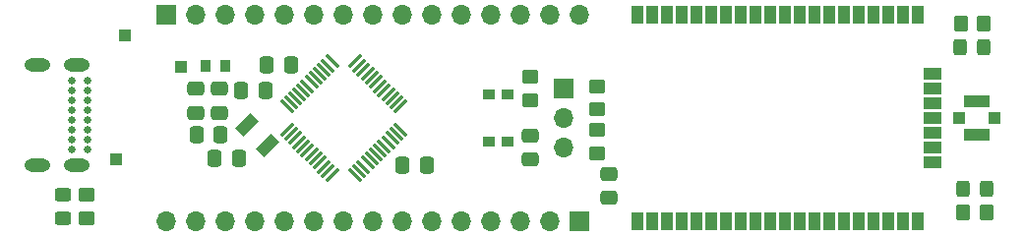
<source format=gts>
G04 #@! TF.GenerationSoftware,KiCad,Pcbnew,(6.0.9)*
G04 #@! TF.CreationDate,2023-02-20T10:33:00+01:00*
G04 #@! TF.ProjectId,FLWSB-SAMDaaNo21,464c5753-422d-4534-914d-4461614e6f32,1.0*
G04 #@! TF.SameCoordinates,Original*
G04 #@! TF.FileFunction,Soldermask,Top*
G04 #@! TF.FilePolarity,Negative*
%FSLAX46Y46*%
G04 Gerber Fmt 4.6, Leading zero omitted, Abs format (unit mm)*
G04 Created by KiCad (PCBNEW (6.0.9)) date 2023-02-20 10:33:00*
%MOMM*%
%LPD*%
G01*
G04 APERTURE LIST*
G04 Aperture macros list*
%AMRoundRect*
0 Rectangle with rounded corners*
0 $1 Rounding radius*
0 $2 $3 $4 $5 $6 $7 $8 $9 X,Y pos of 4 corners*
0 Add a 4 corners polygon primitive as box body*
4,1,4,$2,$3,$4,$5,$6,$7,$8,$9,$2,$3,0*
0 Add four circle primitives for the rounded corners*
1,1,$1+$1,$2,$3*
1,1,$1+$1,$4,$5*
1,1,$1+$1,$6,$7*
1,1,$1+$1,$8,$9*
0 Add four rect primitives between the rounded corners*
20,1,$1+$1,$2,$3,$4,$5,0*
20,1,$1+$1,$4,$5,$6,$7,0*
20,1,$1+$1,$6,$7,$8,$9,0*
20,1,$1+$1,$8,$9,$2,$3,0*%
%AMRotRect*
0 Rectangle, with rotation*
0 The origin of the aperture is its center*
0 $1 length*
0 $2 width*
0 $3 Rotation angle, in degrees counterclockwise*
0 Add horizontal line*
21,1,$1,$2,0,0,$3*%
G04 Aperture macros list end*
%ADD10RoundRect,0.250000X-0.337500X-0.475000X0.337500X-0.475000X0.337500X0.475000X-0.337500X0.475000X0*%
%ADD11R,1.000000X1.000000*%
%ADD12R,2.200000X1.050000*%
%ADD13R,0.990600X0.889000*%
%ADD14R,1.700000X1.700000*%
%ADD15O,1.700000X1.700000*%
%ADD16RoundRect,0.250000X-0.325000X-0.450000X0.325000X-0.450000X0.325000X0.450000X-0.325000X0.450000X0*%
%ADD17RoundRect,0.250000X-0.450000X0.350000X-0.450000X-0.350000X0.450000X-0.350000X0.450000X0.350000X0*%
%ADD18RoundRect,0.250000X0.475000X-0.337500X0.475000X0.337500X-0.475000X0.337500X-0.475000X-0.337500X0*%
%ADD19R,1.016000X1.524000*%
%ADD20R,1.524000X1.016000*%
%ADD21RoundRect,0.250000X0.450000X-0.350000X0.450000X0.350000X-0.450000X0.350000X-0.450000X-0.350000X0*%
%ADD22R,0.900000X1.000000*%
%ADD23RoundRect,0.250000X0.450000X-0.325000X0.450000X0.325000X-0.450000X0.325000X-0.450000X-0.325000X0*%
%ADD24RoundRect,0.075000X-0.415425X-0.521491X0.521491X0.415425X0.415425X0.521491X-0.521491X-0.415425X0*%
%ADD25RoundRect,0.075000X0.415425X-0.521491X0.521491X-0.415425X-0.415425X0.521491X-0.521491X0.415425X0*%
%ADD26RoundRect,0.250000X0.337500X0.475000X-0.337500X0.475000X-0.337500X-0.475000X0.337500X-0.475000X0*%
%ADD27RotRect,1.000000X1.800000X315.000000*%
%ADD28C,0.650000*%
%ADD29O,2.216000X1.108000*%
%ADD30RoundRect,0.250000X-0.350000X-0.450000X0.350000X-0.450000X0.350000X0.450000X-0.350000X0.450000X0*%
G04 APERTURE END LIST*
D10*
X102960074Y-76339145D03*
X105035074Y-76339145D03*
D11*
X164749311Y-78725000D03*
D12*
X166249311Y-80200000D03*
X166249311Y-77250000D03*
D11*
X167749311Y-78725000D03*
D13*
X124294999Y-80789998D03*
X124294999Y-76690002D03*
X125895001Y-80789998D03*
X125895001Y-76690002D03*
D14*
X132080000Y-87630000D03*
D15*
X129540000Y-87630000D03*
X127000000Y-87630000D03*
X124460000Y-87630000D03*
X121920000Y-87630000D03*
X119380000Y-87630000D03*
X116840000Y-87630000D03*
X114300000Y-87630000D03*
X111760000Y-87630000D03*
X109220000Y-87630000D03*
X106680000Y-87630000D03*
X104140000Y-87630000D03*
X101600000Y-87630000D03*
X99060000Y-87630000D03*
X96520000Y-87630000D03*
D16*
X164837000Y-72644000D03*
X166887000Y-72644000D03*
D17*
X133599141Y-79736329D03*
X133599141Y-81736329D03*
D18*
X127847800Y-82317500D03*
X127847800Y-80242500D03*
D19*
X137083000Y-87625000D03*
X138353000Y-87625000D03*
X139623000Y-87625000D03*
X140893000Y-87625000D03*
X142163000Y-87625000D03*
X143433000Y-87625000D03*
X144703000Y-87625000D03*
X145973000Y-87625000D03*
X147243000Y-87625000D03*
X148513000Y-87625000D03*
X149783000Y-87625000D03*
X151053000Y-87625000D03*
X152323000Y-87625000D03*
X153593000Y-87625000D03*
X154863000Y-87625000D03*
X156133000Y-87625000D03*
X157403000Y-87625000D03*
X158673000Y-87625000D03*
X159943000Y-87625000D03*
X161213000Y-87625000D03*
D20*
X162483000Y-82525000D03*
X162483000Y-81255000D03*
X162483000Y-79985000D03*
X162483000Y-78715000D03*
X162483000Y-77445000D03*
X162483000Y-76175000D03*
X162483000Y-74905000D03*
D19*
X161213000Y-69825000D03*
X159943000Y-69825000D03*
X158673000Y-69825000D03*
X157403000Y-69825000D03*
X156133000Y-69825000D03*
X154863000Y-69825000D03*
X153593000Y-69825000D03*
X152323000Y-69825000D03*
X151053000Y-69825000D03*
X149783000Y-69825000D03*
X148513000Y-69825000D03*
X147243000Y-69825000D03*
X145973000Y-69825000D03*
X144703000Y-69825000D03*
X143433000Y-69825000D03*
X142163000Y-69825000D03*
X140893000Y-69825000D03*
X139623000Y-69825000D03*
X138353000Y-69825000D03*
X137083000Y-69825000D03*
D17*
X127847800Y-75200000D03*
X127847800Y-77200000D03*
D21*
X133597705Y-77979754D03*
X133597705Y-75979754D03*
D11*
X92202000Y-82296000D03*
D22*
X99860509Y-74251432D03*
X101560509Y-74251432D03*
D14*
X96520000Y-69850000D03*
D15*
X99060000Y-69850000D03*
X101600000Y-69850000D03*
X104140000Y-69850000D03*
X106680000Y-69850000D03*
X109220000Y-69850000D03*
X111760000Y-69850000D03*
X114300000Y-69850000D03*
X116840000Y-69850000D03*
X119380000Y-69850000D03*
X121920000Y-69850000D03*
X124460000Y-69850000D03*
X127000000Y-69850000D03*
X129540000Y-69850000D03*
X132080000Y-69850000D03*
D11*
X92964000Y-71628000D03*
D18*
X101092000Y-78275000D03*
X101092000Y-76200000D03*
X99060000Y-78275000D03*
X99060000Y-76200000D03*
D23*
X87630000Y-87385000D03*
X87630000Y-85335000D03*
D10*
X116818500Y-82804000D03*
X118893500Y-82804000D03*
D11*
X97790000Y-74295000D03*
D24*
X106872124Y-79738788D03*
X107225678Y-80092342D03*
X107579231Y-80445895D03*
X107932785Y-80799449D03*
X108286338Y-81153002D03*
X108639891Y-81506555D03*
X108993445Y-81860109D03*
X109346998Y-82213662D03*
X109700551Y-82567215D03*
X110054105Y-82920769D03*
X110407658Y-83274322D03*
X110761212Y-83627876D03*
D25*
X112758788Y-83627876D03*
X113112342Y-83274322D03*
X113465895Y-82920769D03*
X113819449Y-82567215D03*
X114173002Y-82213662D03*
X114526555Y-81860109D03*
X114880109Y-81506555D03*
X115233662Y-81153002D03*
X115587215Y-80799449D03*
X115940769Y-80445895D03*
X116294322Y-80092342D03*
X116647876Y-79738788D03*
D24*
X116647876Y-77741212D03*
X116294322Y-77387658D03*
X115940769Y-77034105D03*
X115587215Y-76680551D03*
X115233662Y-76326998D03*
X114880109Y-75973445D03*
X114526555Y-75619891D03*
X114173002Y-75266338D03*
X113819449Y-74912785D03*
X113465895Y-74559231D03*
X113112342Y-74205678D03*
X112758788Y-73852124D03*
D25*
X110761212Y-73852124D03*
X110407658Y-74205678D03*
X110054105Y-74559231D03*
X109700551Y-74912785D03*
X109346998Y-75266338D03*
X108993445Y-75619891D03*
X108639891Y-75973445D03*
X108286338Y-76326998D03*
X107932785Y-76680551D03*
X107579231Y-77034105D03*
X107225678Y-77387658D03*
X106872124Y-77741212D03*
D26*
X102752564Y-82190734D03*
X100677564Y-82190734D03*
X107209500Y-74168000D03*
X105134500Y-74168000D03*
D14*
X130725015Y-76200000D03*
D15*
X130725015Y-78740000D03*
X130725015Y-81280000D03*
D27*
X105181177Y-81088430D03*
X103413411Y-79320664D03*
D16*
X165091000Y-84836000D03*
X167141000Y-84836000D03*
D18*
X134620000Y-85619500D03*
X134620000Y-83544500D03*
D28*
X89750917Y-75471000D03*
X89750917Y-76321000D03*
X89750917Y-77171000D03*
X89750917Y-78021000D03*
X89750917Y-78871000D03*
X89750917Y-79721000D03*
X89750917Y-80571000D03*
X89750917Y-81421000D03*
X88400917Y-81421000D03*
X88400917Y-80571000D03*
X88400917Y-79721000D03*
X88400917Y-78871000D03*
X88400917Y-78021000D03*
X88400917Y-77171000D03*
X88400917Y-76321000D03*
X88400917Y-75471000D03*
D29*
X88770917Y-74121000D03*
X88770917Y-82771000D03*
X85390917Y-82771000D03*
X85390917Y-74121000D03*
D26*
X101159739Y-80171673D03*
X99084739Y-80171673D03*
D21*
X89662000Y-87360000D03*
X89662000Y-85360000D03*
D30*
X164862000Y-70612000D03*
X166862000Y-70612000D03*
X165100000Y-86868000D03*
X167100000Y-86868000D03*
M02*

</source>
